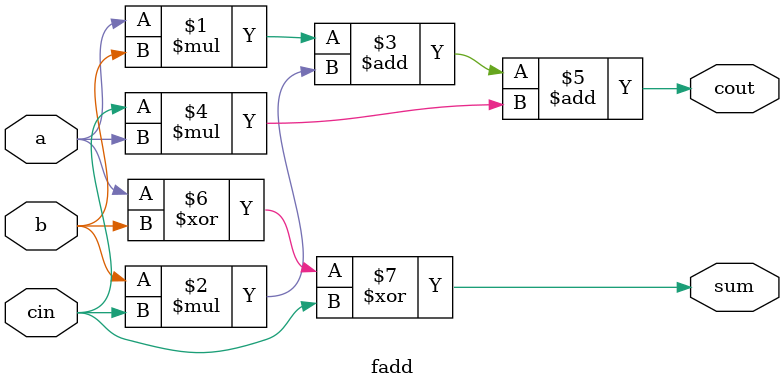
<source format=v>

module top_module( 
    input [2:0] a, b,
    input cin,
    output [2:0] cout,
    output [2:0] sum );
    fadd fadd1(a[0],b[0],cin,cout[0],sum[0]);
    fadd fadd2(a[1],b[1],cout[0],cout[1],sum[1]);
    fadd fadd3(a[2],b[2],cout[1],cout[2],sum[2]);
endmodule

module fadd(input a,b,cin, output cout,sum);
    assign cout = (a*b)+(b*cin)+(cin*a);
    assign sum = a^b^cin;
endmodule

</source>
